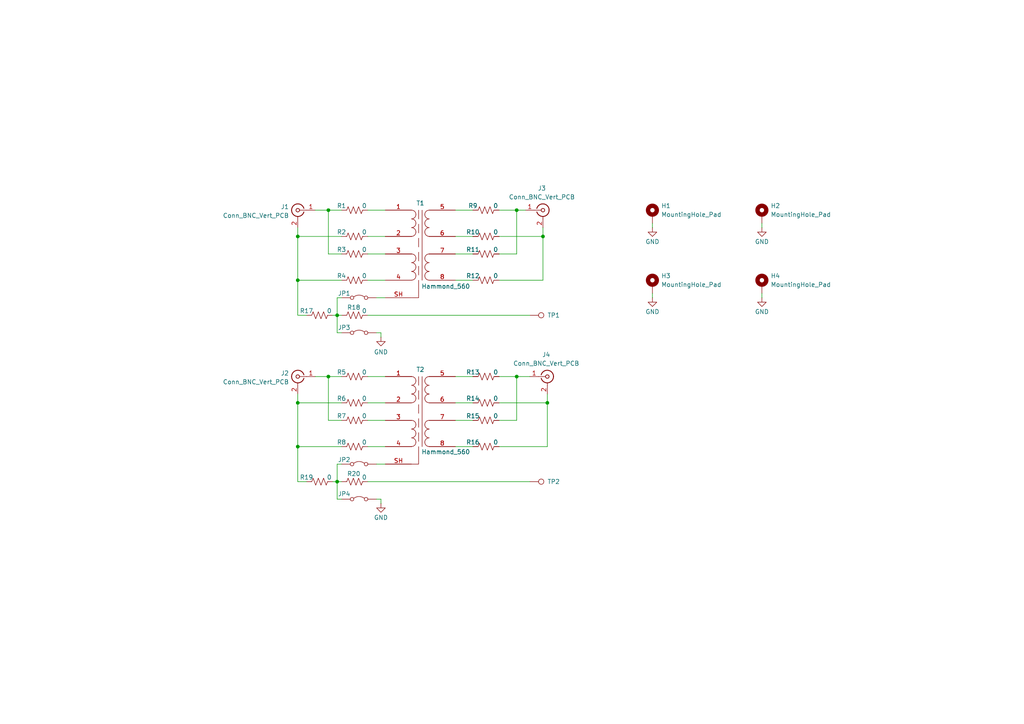
<source format=kicad_sch>
(kicad_sch (version 20231120) (generator "eeschema") (generator_version "8.0")
  (paper "A4")
  (title_block (title "Passive Balanced Audio Isolator") (date "2024-04-22") (rev "A0") (company "©2024 Winry Litwa-Vulcu") (comment 1 "Drawn By: Winry Litwa-Vulcu") (comment 2 "Designed By: Winry Litwa-Vulcu") (comment 4 "github.com/vulcu"))
  (lib_symbols
    (symbol "Connector:TestPoint" (pin_numbers hide) (pin_names (offset 0.762) hide)
      (property "Reference" "TP" (at 0 6.858 0))
      (property "Value" "TestPoint" (at 0 5.08 0))
      (symbol "TestPoint_0_1"
        (circle (center 0 3.302) (radius 0.762))
      )
      (symbol "TestPoint_1_1"
        (pin passive line (at 0 0 90) (length 2.54) (name "1") (number "1"))
      )
    )
    (symbol "Device:R_US" (pin_numbers hide) (pin_names (offset 0))
      (property "Reference" "R" (at 2.54 0 90))
      (property "Value" "R_US" (at -2.54 0 90))
      (symbol "R_US_0_1"
        (polyline (pts (xy 0 -2.286) (xy 0 -2.54)))
        (polyline (pts (xy 0 2.286) (xy 0 2.54)))
        (polyline (pts (xy 0 -0.762) (xy 1.016 -1.143) (xy 0 -1.524) (xy -1.016 -1.905) (xy 0 -2.286)))
        (polyline (pts (xy 0 0.762) (xy 1.016 0.381) (xy 0 0) (xy -1.016 -0.381) (xy 0 -0.762)))
        (polyline (pts (xy 0 2.286) (xy 1.016 1.905) (xy 0 1.524) (xy -1.016 1.143) (xy 0 0.762)))
      )
      (symbol "R_US_1_1"
        (pin passive line (at 0 3.81 270) (length 1.27) (name "~") (number "1"))
        (pin passive line (at 0 -3.81 90) (length 1.27) (name "~") (number "2"))
      )
    )
    (symbol "Jumper:Jumper_2_Bridged" (pin_numbers hide) (pin_names (offset 0) hide) (exclude_from_sim yes)
      (property "Reference" "JP" (at 0 1.905 0))
      (property "Value" "Jumper_2_Bridged" (at 0 -2.54 0))
      (symbol "Jumper_2_Bridged_0_0"
        (circle (center -2.032 0) (radius 0.508))
        (circle (center 2.032 0) (radius 0.508))
      )
      (symbol "Jumper_2_Bridged_0_1"
        (arc (start 1.524 0.254) (mid 0 0.762) (end -1.524 0.254))
      )
      (symbol "Jumper_2_Bridged_1_1"
        (pin passive line (at -5.08 0 0) (length 2.54) (name "A") (number "1"))
        (pin passive line (at 5.08 0 180) (length 2.54) (name "B") (number "2"))
      )
    )
    (symbol "Mechanical:MountingHole_Pad" (pin_numbers hide) (pin_names (offset 1.016) hide) (exclude_from_sim yes) (in_bom no)
      (property "Reference" "H" (at 0 6.35 0))
      (property "Value" "MountingHole_Pad" (at 0 4.445 0))
      (symbol "MountingHole_Pad_0_1"
        (circle (center 0 1.27) (radius 1.27) (stroke (width 1.27)))
      )
      (symbol "MountingHole_Pad_1_1"
        (pin input line (at 0 -2.54 90) (length 2.54) (name "1") (number "1"))
      )
    )
    (symbol "power:GND" (power) (pin_numbers hide) (pin_names (offset 0) hide)
      (property "Value" "GND" (at 0 -3.81 0))
      (symbol "GND_0_1"
        (polyline (pts (xy 0 0) (xy 0 -1.27) (xy 1.27 -1.27) (xy 0 -2.54) (xy -1.27 -1.27) (xy 0 -1.27)))
      )
      (symbol "GND_1_1"
        (pin power_in line (at 0 0 270) (length 0) (name "~") (number "1"))
      )
    )
    (symbol "vulcu:Conn_BNC_Vert_PCB" (pin_names (offset 1.016) hide)
      (property "Reference" "J" (at 0.254 3.048 0))
      (property "Value" "Conn_BNC_Vert_PCB" (at 0 4.826 0))
      (symbol "Conn_BNC_Vert_PCB_0_1"
        (arc (start -1.778 -0.508) (mid 0.2311 -1.8066) (end 1.778 0) (stroke (width 0.254)))
        (polyline (pts (xy -2.54 0) (xy -0.508 0)))
        (polyline (pts (xy 0 -2.54) (xy 0 -1.778)))
        (circle (center 0 0) (radius 0.508) (stroke (width 0.2032)))
        (arc (start 1.778 0) (mid 0.2099 1.8101) (end -1.778 0.508) (stroke (width 0.254)))
      )
      (symbol "Conn_BNC_Vert_PCB_1_1"
        (pin passive line (at -5.08 0 0) (length 2.54) (name "In") (number "1"))
        (pin passive line (at 0 -5.08 90) (length 2.54) (name "Ext") (number "2"))
      )
    )
    (symbol "vulcu:Hammond_560" (pin_names (offset 1.016) hide)
      (property "Reference" "T" (at 0 12.7 0))
      (property "Value" "Hammond_560" (at 0 -17.018 0))
      (property "Footprint" "vulcu:XFMR_3302W64P508L4166H216Q9B" (at -0.254 -22.098 0))
      (symbol "Hammond_560_0_1"
        (arc (start -2.54 -10.1346) (mid -1.6599 -9.7701) (end -1.2954 -8.89))
        (arc (start -2.54 -7.5946) (mid -1.6599 -7.2301) (end -1.2954 -6.35))
        (arc (start -2.54 -5.0546) (mid -1.6599 -4.6901) (end -1.2954 -3.81))
        (arc (start -2.54 2.5654) (mid -1.6599 2.9299) (end -1.2954 3.81))
        (arc (start -2.54 5.1054) (mid -1.6599 5.4699) (end -1.2954 6.35))
        (arc (start -2.54 7.6454) (mid -1.6599 8.0099) (end -1.2954 8.89))
        (arc (start -1.2954 -8.89) (mid -1.6457 -7.9883) (end -2.54 -7.62))
        (arc (start -1.2954 -6.35) (mid -1.6457 -5.4483) (end -2.54 -5.08))
        (arc (start -1.2954 -3.81) (mid -1.6457 -2.9083) (end -2.54 -2.54))
        (arc (start -1.2954 3.81) (mid -1.6457 4.7117) (end -2.54 5.08))
        (arc (start -1.2954 6.35) (mid -1.6457 7.2517) (end -2.54 7.62))
        (arc (start -1.2954 8.89) (mid -1.6457 9.7917) (end -2.54 10.16))
        (polyline (pts (xy -2.4384 -15.1384) (xy -2.4384 -15.1384)))
        (polyline (pts (xy -0.508 -8.636) (xy -0.508 -6.096)))
        (polyline (pts (xy -0.508 -4.572) (xy -0.508 -2.032)))
        (polyline (pts (xy -0.508 -0.508) (xy -0.508 2.032)))
        (polyline (pts (xy -0.508 3.556) (xy -0.508 6.096)))
        (polyline (pts (xy -0.508 7.62) (xy -0.508 10.16)))
        (polyline (pts (xy 0.508 10.16) (xy 0.508 -10.16)))
        (polyline (pts (xy -2.4384 -15.24) (xy -0.508 -15.24) (xy -0.508 -10.16)))
        (arc (start 1.2954 -8.89) (mid 1.6599 -9.7701) (end 2.54 -10.1346))
        (arc (start 1.2954 -6.35) (mid 1.6599 -7.2301) (end 2.54 -7.5946))
        (arc (start 1.2954 -3.81) (mid 1.6599 -4.6901) (end 2.54 -5.0546))
        (arc (start 1.2954 3.81) (mid 1.6599 2.9299) (end 2.54 2.5654))
        (arc (start 1.2954 6.35) (mid 1.6599 5.4699) (end 2.54 5.1054))
        (arc (start 1.2954 8.89) (mid 1.6599 8.0099) (end 2.54 7.6454))
        (arc (start 2.54 -7.62) (mid 1.642 -7.992) (end 1.2954 -8.89))
        (arc (start 2.54 -5.08) (mid 1.642 -5.452) (end 1.2954 -6.35))
        (arc (start 2.54 -2.54) (mid 1.642 -2.912) (end 1.2954 -3.81))
        (arc (start 2.54 5.08) (mid 1.642 4.708) (end 1.2954 3.81))
        (arc (start 2.54 7.62) (mid 1.642 7.248) (end 1.2954 6.35))
        (arc (start 2.54 10.16) (mid 1.642 9.788) (end 1.2954 8.89))
      )
      (symbol "Hammond_560_1_1"
        (pin passive line (at -10.16 10.16 0) (length 7.62) (name "IN1A") (number "1"))
        (pin passive line (at -10.16 2.54 0) (length 7.62) (name "IN1B") (number "2"))
        (pin passive line (at -10.16 -2.54 0) (length 7.62) (name "IN2A") (number "3"))
        (pin passive line (at -10.16 -10.16 0) (length 7.62) (name "IN2B") (number "4"))
        (pin passive line (at 10.16 10.16 180) (length 7.62) (name "OUT1A") (number "5"))
        (pin passive line (at 10.16 2.54 180) (length 7.62) (name "OUT1B") (number "6"))
        (pin passive line (at 10.16 -2.54 180) (length 7.62) (name "OUT2A") (number "7"))
        (pin passive line (at 10.16 -10.16 180) (length 7.62) (name "OUT2B") (number "8"))
        (pin passive line (at -10.16 -15.24 0) (length 7.62) (name "IN2B") (number "SH"))
      )
    )
  )
  (junction (at 149.86 60.96))
  (junction (at 95.25 109.22))
  (junction (at 157.48 68.58))
  (junction (at 158.75 116.84))
  (junction (at 95.25 60.96))
  (junction (at 86.36 116.84))
  (junction (at 86.36 68.58))
  (junction (at 86.36 129.54))
  (junction (at 149.86 109.22))
  (junction (at 97.79 91.44))
  (junction (at 86.36 81.28))
  (junction (at 97.79 139.7))
  (wire (pts (xy 97.79 86.36) (xy 97.79 91.44)))
  (wire (pts (xy 144.78 73.66) (xy 149.86 73.66)))
  (wire (pts (xy 132.08 121.92) (xy 137.16 121.92)))
  (wire (pts (xy 132.08 109.22) (xy 137.16 109.22)))
  (wire (pts (xy 97.79 139.7) (xy 99.06 139.7)))
  (wire (pts (xy 220.98 85.09) (xy 220.98 86.36)))
  (wire (pts (xy 157.48 68.58) (xy 157.48 81.28)))
  (wire (pts (xy 88.9 139.7) (xy 86.36 139.7)))
  (wire (pts (xy 99.06 86.36) (xy 97.79 86.36)))
  (wire (pts (xy 109.22 86.36) (xy 111.76 86.36)))
  (wire (pts (xy 132.08 73.66) (xy 137.16 73.66)))
  (wire (pts (xy 86.36 68.58) (xy 86.36 81.28)))
  (wire (pts (xy 91.44 109.22) (xy 95.25 109.22)))
  (wire (pts (xy 109.22 144.78) (xy 110.49 144.78)))
  (wire (pts (xy 132.08 129.54) (xy 137.16 129.54)))
  (wire (pts (xy 97.79 134.62) (xy 97.79 139.7)))
  (wire (pts (xy 144.78 68.58) (xy 157.48 68.58)))
  (wire (pts (xy 97.79 96.52) (xy 97.79 91.44)))
  (wire (pts (xy 86.36 68.58) (xy 99.06 68.58)))
  (wire (pts (xy 99.06 134.62) (xy 97.79 134.62)))
  (wire (pts (xy 110.49 144.78) (xy 110.49 146.05)))
  (wire (pts (xy 106.68 81.28) (xy 111.76 81.28)))
  (wire (pts (xy 106.68 139.7) (xy 153.67 139.7)))
  (wire (pts (xy 157.48 81.28) (xy 144.78 81.28)))
  (wire (pts (xy 86.36 139.7) (xy 86.36 129.54)))
  (wire (pts (xy 106.68 121.92) (xy 111.76 121.92)))
  (wire (pts (xy 99.06 129.54) (xy 86.36 129.54)))
  (wire (pts (xy 95.25 73.66) (xy 95.25 60.96)))
  (wire (pts (xy 88.9 91.44) (xy 86.36 91.44)))
  (wire (pts (xy 96.52 91.44) (xy 97.79 91.44)))
  (wire (pts (xy 86.36 116.84) (xy 86.36 114.3)))
  (wire (pts (xy 132.08 81.28) (xy 137.16 81.28)))
  (wire (pts (xy 158.75 116.84) (xy 158.75 114.3)))
  (wire (pts (xy 144.78 129.54) (xy 158.75 129.54)))
  (wire (pts (xy 132.08 68.58) (xy 137.16 68.58)))
  (wire (pts (xy 158.75 116.84) (xy 158.75 129.54)))
  (wire (pts (xy 149.86 73.66) (xy 149.86 60.96)))
  (wire (pts (xy 106.68 109.22) (xy 111.76 109.22)))
  (wire (pts (xy 144.78 116.84) (xy 158.75 116.84)))
  (wire (pts (xy 86.36 91.44) (xy 86.36 81.28)))
  (wire (pts (xy 99.06 116.84) (xy 86.36 116.84)))
  (wire (pts (xy 189.23 64.77) (xy 189.23 66.04)))
  (wire (pts (xy 97.79 144.78) (xy 97.79 139.7)))
  (wire (pts (xy 106.68 91.44) (xy 153.67 91.44)))
  (wire (pts (xy 144.78 109.22) (xy 149.86 109.22)))
  (wire (pts (xy 95.25 121.92) (xy 95.25 109.22)))
  (wire (pts (xy 106.68 68.58) (xy 111.76 68.58)))
  (wire (pts (xy 109.22 134.62) (xy 111.76 134.62)))
  (wire (pts (xy 99.06 121.92) (xy 95.25 121.92)))
  (wire (pts (xy 106.68 129.54) (xy 111.76 129.54)))
  (wire (pts (xy 149.86 109.22) (xy 153.67 109.22)))
  (wire (pts (xy 144.78 121.92) (xy 149.86 121.92)))
  (wire (pts (xy 86.36 81.28) (xy 99.06 81.28)))
  (wire (pts (xy 86.36 129.54) (xy 86.36 116.84)))
  (wire (pts (xy 189.23 85.09) (xy 189.23 86.36)))
  (wire (pts (xy 220.98 64.77) (xy 220.98 66.04)))
  (wire (pts (xy 99.06 96.52) (xy 97.79 96.52)))
  (wire (pts (xy 99.06 144.78) (xy 97.79 144.78)))
  (wire (pts (xy 149.86 121.92) (xy 149.86 109.22)))
  (wire (pts (xy 99.06 73.66) (xy 95.25 73.66)))
  (wire (pts (xy 132.08 60.96) (xy 137.16 60.96)))
  (wire (pts (xy 106.68 60.96) (xy 111.76 60.96)))
  (wire (pts (xy 132.08 116.84) (xy 137.16 116.84)))
  (wire (pts (xy 86.36 66.04) (xy 86.36 68.58)))
  (wire (pts (xy 95.25 60.96) (xy 99.06 60.96)))
  (wire (pts (xy 157.48 66.04) (xy 157.48 68.58)))
  (wire (pts (xy 149.86 60.96) (xy 152.4 60.96)))
  (wire (pts (xy 144.78 60.96) (xy 149.86 60.96)))
  (wire (pts (xy 91.44 60.96) (xy 95.25 60.96)))
  (wire (pts (xy 95.25 109.22) (xy 99.06 109.22)))
  (wire (pts (xy 110.49 97.79) (xy 110.49 96.52)))
  (wire (pts (xy 110.49 96.52) (xy 109.22 96.52)))
  (wire (pts (xy 97.79 91.44) (xy 99.06 91.44)))
  (wire (pts (xy 106.68 73.66) (xy 111.76 73.66)))
  (wire (pts (xy 106.68 116.84) (xy 111.76 116.84)))
  (wire (pts (xy 96.52 139.7) (xy 97.79 139.7)))
  (symbol (lib_id "Jumper:Jumper_2_Bridged") (at 104.14 134.62 0) (unit 1) (exclude_from_sim yes)
    (property "Reference" "JP2" (at 99.822 133.35 0))
    (property "Value" "Jumper_2_Bridged" (effects (hide yes)))
    (property "Footprint" "TestPoint:TestPoint_2Pads_Pitch2.54mm_Drill0.8mm" (effects (hide yes)))
    (property "Description" "Jumper, 2-pole, closed/bridged" (effects (hide yes)))
  )
  (symbol (lib_id "Device:R_US") (at 140.97 116.84 90) (unit 1)
    (property "Reference" "R14" (at 137.16 115.57 90))
    (property "Value" "0" (at 143.764 115.57 90))
    (property "Footprint" "Resistor_SMD:R_0603_1608Metric_Pad0.98x0.95mm_HandSolder" (effects (hide yes)))
    (property "Description" "Resistor, US symbol" (effects (hide yes)))
  )
  (symbol (lib_id "Device:R_US") (at 102.87 73.66 90) (unit 1)
    (property "Reference" "R3" (at 99.06 72.39 90))
    (property "Value" "0" (at 105.664 72.39 90))
    (property "Footprint" "Resistor_SMD:R_0603_1608Metric_Pad0.98x0.95mm_HandSolder" (effects (hide yes)))
    (property "Description" "Resistor, US symbol" (effects (hide yes)))
  )
  (symbol (lib_id "Device:R_US") (at 102.87 109.22 90) (unit 1)
    (property "Reference" "R5" (at 99.06 107.95 90))
    (property "Value" "0" (at 105.664 107.95 90))
    (property "Footprint" "Resistor_SMD:R_0603_1608Metric_Pad0.98x0.95mm_HandSolder" (effects (hide yes)))
    (property "Description" "Resistor, US symbol" (effects (hide yes)))
  )
  (symbol (lib_id "Jumper:Jumper_2_Bridged") (at 104.14 86.36 0) (unit 1) (exclude_from_sim yes)
    (property "Reference" "JP1" (at 99.822 85.09 0))
    (property "Value" "Jumper_2_Bridged" (effects (hide yes)))
    (property "Footprint" "TestPoint:TestPoint_2Pads_Pitch2.54mm_Drill0.8mm" (effects (hide yes)))
    (property "Description" "Jumper, 2-pole, closed/bridged" (effects (hide yes)))
  )
  (symbol (lib_id "vulcu:Conn_BNC_Vert_PCB") (at 158.75 109.22 0) (unit 1)
    (property "Reference" "J4" (at 158.4326 102.87 0))
    (property "Value" "Conn_BNC_Vert_PCB" (at 158.4326 105.41 0))
    (property "Footprint" "vulcu:AMPHENOL_112405-12" (effects (hide yes)))
    (property "Datasheet" " ~" (effects (hide yes)))
    (property "Description" "PCB-Mount Vertical BNC Connector" (effects (hide yes)))
  )
  (symbol (lib_id "vulcu:Conn_BNC_Vert_PCB") (at 86.36 109.22 0) (mirror y) (unit 1)
    (property "Reference" "J2" (at 83.82 108.2431 0) (effects (justify left)))
    (property "Value" "Conn_BNC_Vert_PCB" (at 83.82 110.7831 0) (effects (justify left)))
    (property "Footprint" "vulcu:AMPHENOL_112405-12" (effects (hide yes)))
    (property "Datasheet" " ~" (effects (hide yes)))
    (property "Description" "PCB-Mount Vertical BNC Connector" (effects (hide yes)))
  )
  (symbol (lib_id "power:GND") (at 110.49 97.79 0) (unit 1)
    (property "Reference" "#PWR02" (effects (hide yes)))
    (property "Value" "GND" (at 110.49 102.108 0))
    (property "Description" "Power symbol creates a global label with name \"GND\" , ground" (effects (hide yes)))
  )
  (symbol (lib_id "Device:R_US") (at 102.87 81.28 90) (unit 1)
    (property "Reference" "R4" (at 99.06 80.01 90))
    (property "Value" "0" (at 105.664 80.01 90))
    (property "Footprint" "Resistor_SMD:R_0603_1608Metric_Pad0.98x0.95mm_HandSolder" (effects (hide yes)))
    (property "Description" "Resistor, US symbol" (effects (hide yes)))
  )
  (symbol (lib_id "vulcu:Conn_BNC_Vert_PCB") (at 157.48 60.96 0) (unit 1)
    (property "Reference" "J3" (at 157.1626 54.61 0))
    (property "Value" "Conn_BNC_Vert_PCB" (at 157.1626 57.15 0))
    (property "Footprint" "vulcu:AMPHENOL_112405-12" (effects (hide yes)))
    (property "Datasheet" " ~" (effects (hide yes)))
    (property "Description" "PCB-Mount Vertical BNC Connector" (effects (hide yes)))
  )
  (symbol (lib_id "Device:R_US") (at 92.71 139.7 90) (unit 1)
    (property "Reference" "R19" (at 88.9 138.43 90))
    (property "Value" "0" (at 95.504 138.43 90))
    (property "Footprint" "Resistor_SMD:R_0603_1608Metric_Pad0.98x0.95mm_HandSolder" (effects (hide yes)))
    (property "Description" "Resistor, US symbol" (effects (hide yes)))
  )
  (symbol (lib_id "vulcu:Conn_BNC_Vert_PCB") (at 86.36 60.96 0) (mirror y) (unit 1)
    (property "Reference" "J1" (at 83.82 59.9831 0) (effects (justify left)))
    (property "Value" "Conn_BNC_Vert_PCB" (at 83.82 62.5231 0) (effects (justify left)))
    (property "Footprint" "vulcu:AMPHENOL_112405-12" (effects (hide yes)))
    (property "Datasheet" " ~" (effects (hide yes)))
    (property "Description" "PCB-Mount Vertical BNC Connector" (effects (hide yes)))
  )
  (symbol (lib_id "Device:R_US") (at 140.97 129.54 90) (unit 1)
    (property "Reference" "R16" (at 137.16 128.27 90))
    (property "Value" "0" (at 143.764 128.27 90))
    (property "Footprint" "Resistor_SMD:R_0603_1608Metric_Pad0.98x0.95mm_HandSolder" (effects (hide yes)))
    (property "Description" "Resistor, US symbol" (effects (hide yes)))
  )
  (symbol (lib_id "Device:R_US") (at 102.87 91.44 90) (unit 1)
    (property "Reference" "R18" (at 102.616 89.154 90))
    (property "Value" "0" (at 105.664 90.17 90))
    (property "Footprint" "Resistor_SMD:R_0603_1608Metric_Pad0.98x0.95mm_HandSolder" (effects (hide yes)))
    (property "Description" "Resistor, US symbol" (effects (hide yes)))
  )
  (symbol (lib_id "Jumper:Jumper_2_Bridged") (at 104.14 144.78 0) (unit 1) (exclude_from_sim yes)
    (property "Reference" "JP4" (at 99.822 143.256 0))
    (property "Value" "Jumper_2_Bridged" (effects (hide yes)))
    (property "Footprint" "TestPoint:TestPoint_2Pads_Pitch2.54mm_Drill0.8mm" (effects (hide yes)))
    (property "Description" "Jumper, 2-pole, closed/bridged" (effects (hide yes)))
  )
  (symbol (lib_id "power:GND") (at 110.49 146.05 0) (unit 1)
    (property "Reference" "#PWR01" (effects (hide yes)))
    (property "Value" "GND" (at 110.49 150.114 0))
    (property "Description" "Power symbol creates a global label with name \"GND\" , ground" (effects (hide yes)))
  )
  (symbol (lib_id "Device:R_US") (at 140.97 81.28 90) (unit 1)
    (property "Reference" "R12" (at 137.16 80.01 90))
    (property "Value" "0" (at 143.764 80.01 90))
    (property "Footprint" "Resistor_SMD:R_0603_1608Metric_Pad0.98x0.95mm_HandSolder" (effects (hide yes)))
    (property "Description" "Resistor, US symbol" (effects (hide yes)))
  )
  (symbol (lib_id "Device:R_US") (at 92.71 91.44 90) (unit 1)
    (property "Reference" "R17" (at 88.9 90.17 90))
    (property "Value" "0" (at 95.504 90.17 90))
    (property "Footprint" "Resistor_SMD:R_0603_1608Metric_Pad0.98x0.95mm_HandSolder" (effects (hide yes)))
    (property "Description" "Resistor, US symbol" (effects (hide yes)))
  )
  (symbol (lib_id "Mechanical:MountingHole_Pad") (at 189.23 82.55 0) (unit 1) (exclude_from_sim yes) (in_bom no)
    (property "Reference" "H3" (at 191.77 80.0099 0) (effects (justify left)))
    (property "Value" "MountingHole_Pad" (at 191.77 82.5499 0) (effects (justify left)))
    (property "Footprint" "MountingHole:MountingHole_3.2mm_M3_Pad" (effects (hide yes)))
    (property "Description" "Mounting Hole with connection" (effects (hide yes)))
  )
  (symbol (lib_id "Device:R_US") (at 102.87 68.58 90) (unit 1)
    (property "Reference" "R2" (at 99.06 67.31 90))
    (property "Value" "0" (at 105.664 67.31 90))
    (property "Footprint" "Resistor_SMD:R_0603_1608Metric_Pad0.98x0.95mm_HandSolder" (effects (hide yes)))
    (property "Description" "Resistor, US symbol" (effects (hide yes)))
  )
  (symbol (lib_id "Device:R_US") (at 140.97 60.96 90) (unit 1)
    (property "Reference" "R9" (at 137.16 59.69 90))
    (property "Value" "0" (at 143.764 59.69 90))
    (property "Footprint" "Resistor_SMD:R_0603_1608Metric_Pad0.98x0.95mm_HandSolder" (effects (hide yes)))
    (property "Description" "Resistor, US symbol" (effects (hide yes)))
  )
  (symbol (lib_id "Device:R_US") (at 102.87 116.84 90) (unit 1)
    (property "Reference" "R6" (at 99.06 115.57 90))
    (property "Value" "0" (at 105.664 115.57 90))
    (property "Footprint" "Resistor_SMD:R_0603_1608Metric_Pad0.98x0.95mm_HandSolder" (effects (hide yes)))
    (property "Description" "Resistor, US symbol" (effects (hide yes)))
  )
  (symbol (lib_id "vulcu:Hammond_560") (at 121.92 71.12 0) (unit 1)
    (property "Reference" "T1" (at 121.92 58.928 0))
    (property "Value" "Hammond_560" (at 129.286 83.058 0))
    (property "Footprint" "vulcu:XFMR_3302W64P508L4166H216Q9B" (effects (hide yes)))
    (property "Description" "Dual Primary, Dual Secondary" (effects (hide yes)))
  )
  (symbol (lib_id "Device:R_US") (at 140.97 109.22 90) (unit 1)
    (property "Reference" "R13" (at 137.16 107.95 90))
    (property "Value" "0" (at 143.764 107.95 90))
    (property "Footprint" "Resistor_SMD:R_0603_1608Metric_Pad0.98x0.95mm_HandSolder" (effects (hide yes)))
    (property "Description" "Resistor, US symbol" (effects (hide yes)))
  )
  (symbol (lib_id "Jumper:Jumper_2_Bridged") (at 104.14 96.52 0) (unit 1) (exclude_from_sim yes)
    (property "Reference" "JP3" (at 99.822 94.996 0))
    (property "Value" "Jumper_2_Bridged" (effects (hide yes)))
    (property "Footprint" "TestPoint:TestPoint_2Pads_Pitch2.54mm_Drill0.8mm" (effects (hide yes)))
    (property "Description" "Jumper, 2-pole, closed/bridged" (effects (hide yes)))
  )
  (symbol (lib_id "Connector:TestPoint") (at 153.67 139.7 270) (unit 1)
    (property "Reference" "TP2" (at 158.75 139.7 90) (effects (justify left)))
    (property "Value" "TestPoint" (effects (hide yes)))
    (property "Footprint" "Connector_PinHeader_1.00mm:PinHeader_1x01_P1.00mm_Vertical" (effects (hide yes)))
    (property "Description" "test point" (effects (hide yes)))
  )
  (symbol (lib_id "Device:R_US") (at 102.87 139.7 90) (unit 1)
    (property "Reference" "R20" (at 102.616 137.414 90))
    (property "Value" "0" (at 105.664 138.43 90))
    (property "Footprint" "Resistor_SMD:R_0603_1608Metric_Pad0.98x0.95mm_HandSolder" (effects (hide yes)))
    (property "Description" "Resistor, US symbol" (effects (hide yes)))
  )
  (symbol (lib_id "power:GND") (at 220.98 66.04 0) (unit 1)
    (property "Reference" "#PWR04" (effects (hide yes)))
    (property "Value" "GND" (at 220.98 70.104 0))
    (property "Description" "Power symbol creates a global label with name \"GND\" , ground" (effects (hide yes)))
  )
  (symbol (lib_id "Connector:TestPoint") (at 153.67 91.44 270) (unit 1)
    (property "Reference" "TP1" (at 158.75 91.44 90) (effects (justify left)))
    (property "Value" "TestPoint" (effects (hide yes)))
    (property "Footprint" "Connector_PinHeader_1.00mm:PinHeader_1x01_P1.00mm_Vertical" (effects (hide yes)))
    (property "Description" "test point" (effects (hide yes)))
  )
  (symbol (lib_id "power:GND") (at 220.98 86.36 0) (unit 1)
    (property "Reference" "#PWR05" (effects (hide yes)))
    (property "Value" "GND" (at 220.98 90.424 0))
    (property "Description" "Power symbol creates a global label with name \"GND\" , ground" (effects (hide yes)))
  )
  (symbol (lib_id "power:GND") (at 189.23 66.04 0) (unit 1)
    (property "Reference" "#PWR03" (effects (hide yes)))
    (property "Value" "GND" (at 189.23 70.104 0))
    (property "Description" "Power symbol creates a global label with name \"GND\" , ground" (effects (hide yes)))
  )
  (symbol (lib_id "Device:R_US") (at 140.97 73.66 90) (unit 1)
    (property "Reference" "R11" (at 137.16 72.39 90))
    (property "Value" "0" (at 143.764 72.39 90))
    (property "Footprint" "Resistor_SMD:R_0603_1608Metric_Pad0.98x0.95mm_HandSolder" (effects (hide yes)))
    (property "Description" "Resistor, US symbol" (effects (hide yes)))
  )
  (symbol (lib_id "vulcu:Hammond_560") (at 121.92 119.38 0) (unit 1)
    (property "Reference" "T2" (at 121.92 107.188 0))
    (property "Value" "Hammond_560" (at 129.286 131.064 0))
    (property "Footprint" "vulcu:XFMR_3302W64P508L4166H216Q9B" (effects (hide yes)))
    (property "Description" "Dual Primary, Dual Secondary" (effects (hide yes)))
  )
  (symbol (lib_id "Device:R_US") (at 102.87 129.54 90) (unit 1)
    (property "Reference" "R8" (at 99.06 128.27 90))
    (property "Value" "0" (at 105.664 128.27 90))
    (property "Footprint" "Resistor_SMD:R_0603_1608Metric_Pad0.98x0.95mm_HandSolder" (effects (hide yes)))
    (property "Description" "Resistor, US symbol" (effects (hide yes)))
  )
  (symbol (lib_id "Mechanical:MountingHole_Pad") (at 220.98 82.55 0) (unit 1) (exclude_from_sim yes) (in_bom no)
    (property "Reference" "H4" (at 223.52 80.0099 0) (effects (justify left)))
    (property "Value" "MountingHole_Pad" (at 223.52 82.5499 0) (effects (justify left)))
    (property "Footprint" "MountingHole:MountingHole_3.2mm_M3_Pad" (effects (hide yes)))
    (property "Description" "Mounting Hole with connection" (effects (hide yes)))
  )
  (symbol (lib_id "Mechanical:MountingHole_Pad") (at 189.23 62.23 0) (unit 1) (exclude_from_sim yes) (in_bom no)
    (property "Reference" "H1" (at 191.77 59.6899 0) (effects (justify left)))
    (property "Value" "MountingHole_Pad" (at 191.77 62.2299 0) (effects (justify left)))
    (property "Footprint" "MountingHole:MountingHole_3.2mm_M3_Pad" (effects (hide yes)))
    (property "Description" "Mounting Hole with connection" (effects (hide yes)))
  )
  (symbol (lib_id "Device:R_US") (at 102.87 121.92 90) (unit 1)
    (property "Reference" "R7" (at 99.06 120.65 90))
    (property "Value" "0" (at 105.664 120.65 90))
    (property "Footprint" "Resistor_SMD:R_0603_1608Metric_Pad0.98x0.95mm_HandSolder" (effects (hide yes)))
    (property "Description" "Resistor, US symbol" (effects (hide yes)))
  )
  (symbol (lib_id "Device:R_US") (at 140.97 68.58 90) (unit 1)
    (property "Reference" "R10" (at 137.16 67.31 90))
    (property "Value" "0" (at 143.764 67.31 90))
    (property "Footprint" "Resistor_SMD:R_0603_1608Metric_Pad0.98x0.95mm_HandSolder" (effects (hide yes)))
    (property "Description" "Resistor, US symbol" (effects (hide yes)))
  )
  (symbol (lib_id "Device:R_US") (at 140.97 121.92 90) (unit 1)
    (property "Reference" "R15" (at 137.16 120.65 90))
    (property "Value" "0" (at 143.764 120.65 90))
    (property "Footprint" "Resistor_SMD:R_0603_1608Metric_Pad0.98x0.95mm_HandSolder" (effects (hide yes)))
    (property "Description" "Resistor, US symbol" (effects (hide yes)))
  )
  (symbol (lib_id "Device:R_US") (at 102.87 60.96 90) (unit 1)
    (property "Reference" "R1" (at 99.06 59.69 90))
    (property "Value" "0" (at 105.664 59.69 90))
    (property "Footprint" "Resistor_SMD:R_0603_1608Metric_Pad0.98x0.95mm_HandSolder" (effects (hide yes)))
    (property "Description" "Resistor, US symbol" (effects (hide yes)))
  )
  (symbol (lib_id "power:GND") (at 189.23 86.36 0) (unit 1)
    (property "Reference" "#PWR06" (effects (hide yes)))
    (property "Value" "GND" (at 189.23 90.424 0))
    (property "Description" "Power symbol creates a global label with name \"GND\" , ground" (effects (hide yes)))
  )
  (symbol (lib_id "Mechanical:MountingHole_Pad") (at 220.98 62.23 0) (unit 1) (exclude_from_sim yes) (in_bom no)
    (property "Reference" "H2" (at 223.52 59.6899 0) (effects (justify left)))
    (property "Value" "MountingHole_Pad" (at 223.52 62.2299 0) (effects (justify left)))
    (property "Footprint" "MountingHole:MountingHole_3.2mm_M3_Pad" (effects (hide yes)))
    (property "Description" "Mounting Hole with connection" (effects (hide yes)))
  )
)
</source>
